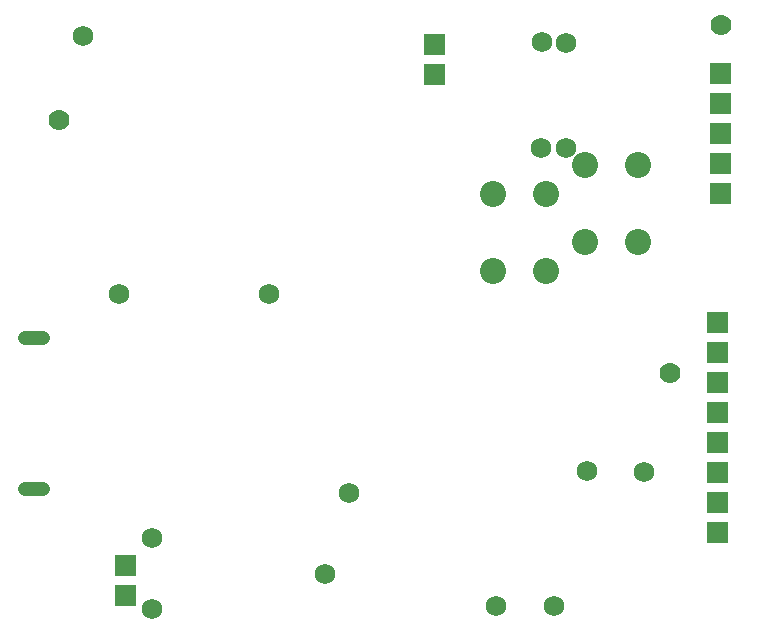
<source format=gbs>
G04 Layer: BottomSolderMaskLayer*
G04 EasyEDA v6.3.43, 2020-06-06T13:29:47+03:00*
G04 6caa89d52f454e228c8c87a2f34c76c4,a7937f01353d4e2e93d7d76370f53aae,10*
G04 Gerber Generator version 0.2*
G04 Scale: 100 percent, Rotated: No, Reflected: No *
G04 Dimensions in inches *
G04 leading zeros omitted , absolute positions ,2 integer and 4 decimal *
%FSLAX24Y24*%
%MOIN*%
G90*
G70D02*

%ADD32C,0.047370*%
%ADD33C,0.068000*%
%ADD34C,0.070000*%
%ADD38C,0.086740*%

%LPD*%
G54D32*
G01X1661Y12819D02*
G01X1070Y12819D01*
G01X1661Y7780D02*
G01X1070Y7780D01*
G54D33*
G01X11852Y7650D03*
G01X18702Y3900D03*
G01X16752Y3900D03*
G01X19100Y19150D03*
G01X18250Y19150D03*
G01X18300Y22700D03*
G01X19100Y22650D03*
G01X21702Y8350D03*
G01X19802Y8400D03*
G01X9200Y14300D03*
G01X4200Y14300D03*
G01X11050Y4950D03*
G01X5300Y6150D03*
G01X5300Y3800D03*
G54D34*
G01X2200Y20100D03*
G01X22550Y11650D03*
G54D33*
G01X3000Y22900D03*
G54D34*
G01X24250Y23250D03*
G36*
G01X23900Y21300D02*
G01X23900Y22000D01*
G01X24600Y22000D01*
G01X24600Y21300D01*
G01X23900Y21300D01*
G37*
G54D38*
G01X19716Y18579D03*
G01X19716Y16020D03*
G01X21487Y16020D03*
G01X21487Y18579D03*
G01X16666Y17629D03*
G01X16666Y15070D03*
G01X18437Y15070D03*
G01X18437Y17629D03*
G36*
G01X23900Y17300D02*
G01X23900Y18000D01*
G01X24600Y18000D01*
G01X24600Y17300D01*
G01X23900Y17300D01*
G37*
G36*
G01X23900Y19300D02*
G01X23900Y20000D01*
G01X24600Y20000D01*
G01X24600Y19300D01*
G01X23900Y19300D01*
G37*
G36*
G01X23900Y20300D02*
G01X23900Y21000D01*
G01X24600Y21000D01*
G01X24600Y20300D01*
G01X23900Y20300D01*
G37*
G36*
G01X14350Y21250D02*
G01X14350Y21950D01*
G01X15050Y21950D01*
G01X15050Y21250D01*
G01X14350Y21250D01*
G37*
G36*
G01X14350Y22250D02*
G01X14350Y22950D01*
G01X15050Y22950D01*
G01X15050Y22250D01*
G01X14350Y22250D01*
G37*
G36*
G01X23900Y18300D02*
G01X23900Y19000D01*
G01X24600Y19000D01*
G01X24600Y18300D01*
G01X23900Y18300D01*
G37*
G36*
G01X23802Y11000D02*
G01X23802Y11700D01*
G01X24502Y11700D01*
G01X24502Y11000D01*
G01X23802Y11000D01*
G37*
G36*
G01X23802Y9000D02*
G01X23802Y9700D01*
G01X24502Y9700D01*
G01X24502Y9000D01*
G01X23802Y9000D01*
G37*
G36*
G01X23800Y12000D02*
G01X23800Y12700D01*
G01X24500Y12700D01*
G01X24500Y12000D01*
G01X23800Y12000D01*
G37*
G36*
G01X23800Y7000D02*
G01X23800Y7700D01*
G01X24500Y7700D01*
G01X24500Y7000D01*
G01X23800Y7000D01*
G37*
G36*
G01X23800Y6000D02*
G01X23800Y6700D01*
G01X24500Y6700D01*
G01X24500Y6000D01*
G01X23800Y6000D01*
G37*
G36*
G01X23800Y13000D02*
G01X23800Y13700D01*
G01X24500Y13700D01*
G01X24500Y13000D01*
G01X23800Y13000D01*
G37*
G36*
G01X23802Y10000D02*
G01X23802Y10700D01*
G01X24502Y10700D01*
G01X24502Y10000D01*
G01X23802Y10000D01*
G37*
G36*
G01X23802Y8000D02*
G01X23802Y8700D01*
G01X24502Y8700D01*
G01X24502Y8000D01*
G01X23802Y8000D01*
G37*
G36*
G01X4050Y3900D02*
G01X4050Y4600D01*
G01X4750Y4600D01*
G01X4750Y3900D01*
G01X4050Y3900D01*
G37*
G36*
G01X4050Y4900D02*
G01X4050Y5600D01*
G01X4750Y5600D01*
G01X4750Y4900D01*
G01X4050Y4900D01*
G37*
M00*
M02*

</source>
